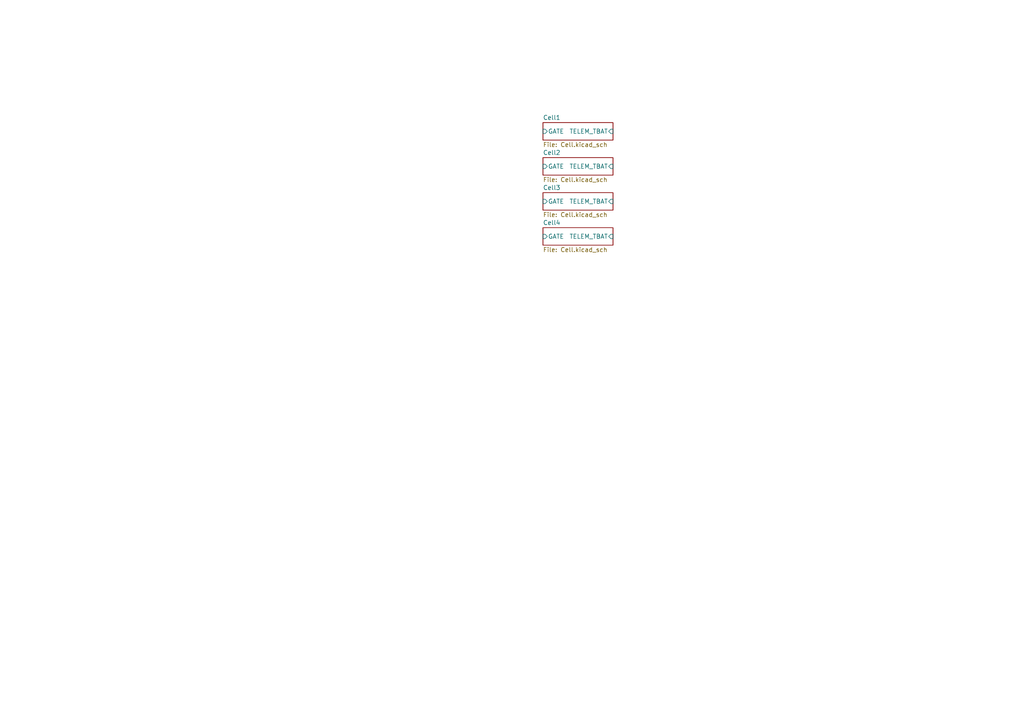
<source format=kicad_sch>
(kicad_sch (version 20211123) (generator eeschema)
  (paper "A4")
  (lib_symbols)
  (sheet (at 157.48 45.72) (size 20.32 5.08) (stroke (width 0.1524))
    (property "Sheet name" "Cell2" (at 157.48 45.0084 0) (effects (justify left bottom)))
    (property "Sheet file" "Cell.kicad_sch" (at 157.48 51.3846 0) (effects (justify left top)))
    (pin "TELEM_TBAT" input (at 177.8 48.26 0))
    (pin "GATE" input (at 157.48 48.26 180))
  )
  (sheet (at 157.48 55.88) (size 20.32 5.08) (stroke (width 0.1524))
    (property "Sheet name" "Cell3" (at 157.48 55.1684 0) (effects (justify left bottom)))
    (property "Sheet file" "Cell.kicad_sch" (at 157.48 61.5446 0) (effects (justify left top)))
    (pin "TELEM_TBAT" input (at 177.8 58.42 0))
    (pin "GATE" input (at 157.48 58.42 180))
  )
  (sheet (at 157.48 35.56) (size 20.32 5.08) (stroke (width 0.1524))
    (property "Sheet name" "Cell1" (at 157.48 34.8484 0) (effects (justify left bottom)))
    (property "Sheet file" "Cell.kicad_sch" (at 157.48 41.2246 0) (effects (justify left top)))
    (pin "TELEM_TBAT" input (at 177.8 38.1 0))
    (pin "GATE" input (at 157.48 38.1 180))
  )
  (sheet (at 157.48 66.04) (size 20.32 5.08) (stroke (width 0.1524))
    (property "Sheet name" "Cell4" (at 157.48 65.3284 0) (effects (justify left bottom)))
    (property "Sheet file" "Cell.kicad_sch" (at 157.48 71.7046 0) (effects (justify left top)))
    (pin "TELEM_TBAT" input (at 177.8 68.58 0))
    (pin "GATE" input (at 157.48 68.58 180))
  )
)
</source>
